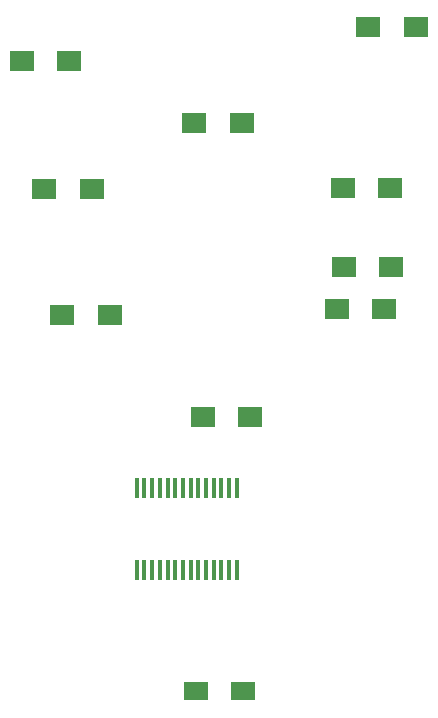
<source format=gbp>
G04 #@! TF.FileFunction,Paste,Bot*
%FSLAX46Y46*%
G04 Gerber Fmt 4.6, Leading zero omitted, Abs format (unit mm)*
G04 Created by KiCad (PCBNEW 4.0.6) date 06/26/18 20:30:44*
%MOMM*%
%LPD*%
G01*
G04 APERTURE LIST*
%ADD10C,0.100000*%
%ADD11R,0.431800X1.651000*%
%ADD12R,2.000000X1.600000*%
%ADD13R,2.000000X1.700000*%
G04 APERTURE END LIST*
D10*
D11*
X85081400Y-113660120D03*
X85731400Y-113660120D03*
X86381400Y-113660120D03*
X87031400Y-113660120D03*
X87681400Y-113660120D03*
X88331400Y-113660120D03*
X88981400Y-113660120D03*
X89631400Y-113660120D03*
X90281400Y-113660120D03*
X90931400Y-113660120D03*
X91581400Y-113660120D03*
X92231400Y-113660120D03*
X92881400Y-113660120D03*
X93531400Y-113660120D03*
X93531400Y-120670120D03*
X92881400Y-120670120D03*
X92231400Y-120670120D03*
X91581400Y-120670120D03*
X90931400Y-120670120D03*
X90281400Y-120670120D03*
X89631400Y-120670120D03*
X88981400Y-120670120D03*
X88331400Y-120670120D03*
X87681400Y-120670120D03*
X87031400Y-120670120D03*
X86381400Y-120670120D03*
X85731400Y-120670120D03*
X85081400Y-120670120D03*
D12*
X90062300Y-130926840D03*
X94062300Y-130926840D03*
D13*
X102013000Y-98539300D03*
X106013000Y-98539300D03*
X94704920Y-107670600D03*
X90704920Y-107670600D03*
X102622600Y-94983300D03*
X106622600Y-94983300D03*
X102523540Y-88262460D03*
X106523540Y-88262460D03*
X104680000Y-74676000D03*
X108680000Y-74676000D03*
X89948000Y-82804000D03*
X93948000Y-82804000D03*
X75381100Y-77518260D03*
X79381100Y-77518260D03*
X77248000Y-88392000D03*
X81248000Y-88392000D03*
X78772000Y-99060000D03*
X82772000Y-99060000D03*
M02*

</source>
